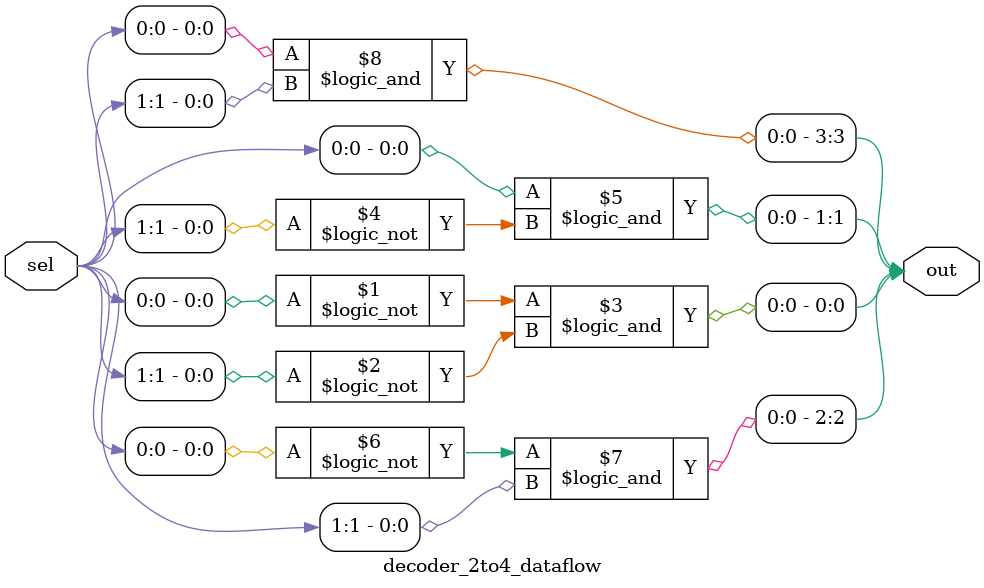
<source format=sv>
module decoder_2to4_dataflow(
 input  logic[1:0] sel,
 output logic[3:0] out
);
 assign out[0] = (!sel[0]) && (!sel[1]);
 assign out[1] = (sel[0]) && (!sel[1]);
 assign out[2] = (!sel[0]) && (sel[1]);
 assign out[3] = (sel[0]) && (sel[1]);
endmodule
</source>
